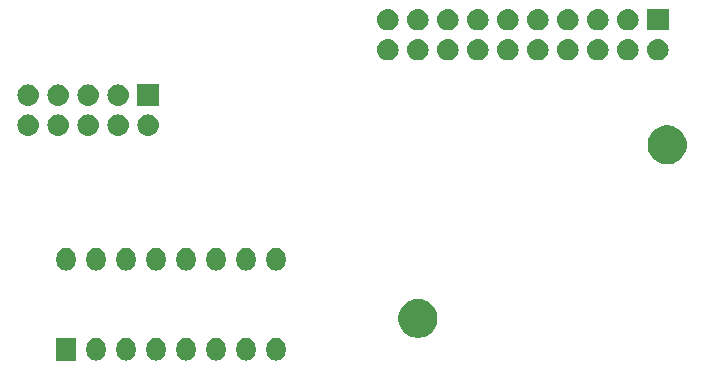
<source format=gbr>
G04 #@! TF.GenerationSoftware,KiCad,Pcbnew,(6.0.0-rc1-dev-557-ge985f797c)*
G04 #@! TF.CreationDate,2018-12-31T20:35:23+01:00*
G04 #@! TF.ProjectId,MAN Adapterplatine,4D414E2041646170746572706C617469,1.0*
G04 #@! TF.SameCoordinates,Original*
G04 #@! TF.FileFunction,Soldermask,Bot*
G04 #@! TF.FilePolarity,Negative*
%FSLAX46Y46*%
G04 Gerber Fmt 4.6, Leading zero omitted, Abs format (unit mm)*
G04 Created by KiCad (PCBNEW (6.0.0-rc1-dev-557-ge985f797c)) date 12/31/18 20:35:23*
%MOMM*%
%LPD*%
G01*
G04 APERTURE LIST*
%ADD10C,0.100000*%
G04 APERTURE END LIST*
D10*
G36*
X117839375Y-96048764D02*
X117941542Y-96079756D01*
X117992627Y-96095252D01*
X118068120Y-96135605D01*
X118133863Y-96170745D01*
X118133865Y-96170746D01*
X118133864Y-96170746D01*
X118257659Y-96272341D01*
X118359255Y-96396135D01*
X118434748Y-96537372D01*
X118450244Y-96588457D01*
X118481236Y-96690624D01*
X118493000Y-96810067D01*
X118493000Y-97189932D01*
X118481236Y-97309375D01*
X118450244Y-97411543D01*
X118434748Y-97462628D01*
X118359255Y-97603865D01*
X118257659Y-97727659D01*
X118133865Y-97829255D01*
X117992628Y-97904748D01*
X117941543Y-97920244D01*
X117839376Y-97951236D01*
X117680000Y-97966933D01*
X117520625Y-97951236D01*
X117418458Y-97920244D01*
X117367373Y-97904748D01*
X117226136Y-97829255D01*
X117146933Y-97764255D01*
X117102341Y-97727659D01*
X117000745Y-97603864D01*
X116992110Y-97587709D01*
X116925252Y-97462628D01*
X116909756Y-97411543D01*
X116878764Y-97309376D01*
X116867000Y-97189933D01*
X116867000Y-96810068D01*
X116878764Y-96690625D01*
X116925252Y-96537374D01*
X116925252Y-96537373D01*
X117000746Y-96396136D01*
X117102341Y-96272341D01*
X117226135Y-96170745D01*
X117367372Y-96095252D01*
X117418457Y-96079756D01*
X117520624Y-96048764D01*
X117680000Y-96033067D01*
X117839375Y-96048764D01*
X117839375Y-96048764D01*
G37*
G36*
X115299375Y-96048764D02*
X115401542Y-96079756D01*
X115452627Y-96095252D01*
X115528120Y-96135605D01*
X115593863Y-96170745D01*
X115593865Y-96170746D01*
X115593864Y-96170746D01*
X115717659Y-96272341D01*
X115819255Y-96396135D01*
X115894748Y-96537372D01*
X115910244Y-96588457D01*
X115941236Y-96690624D01*
X115953000Y-96810067D01*
X115953000Y-97189932D01*
X115941236Y-97309375D01*
X115910244Y-97411543D01*
X115894748Y-97462628D01*
X115819255Y-97603865D01*
X115717659Y-97727659D01*
X115593865Y-97829255D01*
X115452628Y-97904748D01*
X115401543Y-97920244D01*
X115299376Y-97951236D01*
X115140000Y-97966933D01*
X114980625Y-97951236D01*
X114878458Y-97920244D01*
X114827373Y-97904748D01*
X114686136Y-97829255D01*
X114606933Y-97764255D01*
X114562341Y-97727659D01*
X114460745Y-97603864D01*
X114452110Y-97587709D01*
X114385252Y-97462628D01*
X114369756Y-97411543D01*
X114338764Y-97309376D01*
X114327000Y-97189933D01*
X114327000Y-96810068D01*
X114338764Y-96690625D01*
X114385252Y-96537374D01*
X114385252Y-96537373D01*
X114460746Y-96396136D01*
X114562341Y-96272341D01*
X114686135Y-96170745D01*
X114827372Y-96095252D01*
X114878457Y-96079756D01*
X114980624Y-96048764D01*
X115140000Y-96033067D01*
X115299375Y-96048764D01*
X115299375Y-96048764D01*
G37*
G36*
X112759375Y-96048764D02*
X112861542Y-96079756D01*
X112912627Y-96095252D01*
X112988120Y-96135605D01*
X113053863Y-96170745D01*
X113053865Y-96170746D01*
X113053864Y-96170746D01*
X113177659Y-96272341D01*
X113279255Y-96396135D01*
X113354748Y-96537372D01*
X113370244Y-96588457D01*
X113401236Y-96690624D01*
X113413000Y-96810067D01*
X113413000Y-97189932D01*
X113401236Y-97309375D01*
X113370244Y-97411543D01*
X113354748Y-97462628D01*
X113279255Y-97603865D01*
X113177659Y-97727659D01*
X113053865Y-97829255D01*
X112912628Y-97904748D01*
X112861543Y-97920244D01*
X112759376Y-97951236D01*
X112600000Y-97966933D01*
X112440625Y-97951236D01*
X112338458Y-97920244D01*
X112287373Y-97904748D01*
X112146136Y-97829255D01*
X112066933Y-97764255D01*
X112022341Y-97727659D01*
X111920745Y-97603864D01*
X111912110Y-97587709D01*
X111845252Y-97462628D01*
X111829756Y-97411543D01*
X111798764Y-97309376D01*
X111787000Y-97189933D01*
X111787000Y-96810068D01*
X111798764Y-96690625D01*
X111845252Y-96537374D01*
X111845252Y-96537373D01*
X111920746Y-96396136D01*
X112022341Y-96272341D01*
X112146135Y-96170745D01*
X112287372Y-96095252D01*
X112338457Y-96079756D01*
X112440624Y-96048764D01*
X112600000Y-96033067D01*
X112759375Y-96048764D01*
X112759375Y-96048764D01*
G37*
G36*
X110219375Y-96048764D02*
X110321542Y-96079756D01*
X110372627Y-96095252D01*
X110448120Y-96135605D01*
X110513863Y-96170745D01*
X110513865Y-96170746D01*
X110513864Y-96170746D01*
X110637659Y-96272341D01*
X110739255Y-96396135D01*
X110814748Y-96537372D01*
X110830244Y-96588457D01*
X110861236Y-96690624D01*
X110873000Y-96810067D01*
X110873000Y-97189932D01*
X110861236Y-97309375D01*
X110830244Y-97411543D01*
X110814748Y-97462628D01*
X110739255Y-97603865D01*
X110637659Y-97727659D01*
X110513865Y-97829255D01*
X110372628Y-97904748D01*
X110321543Y-97920244D01*
X110219376Y-97951236D01*
X110060000Y-97966933D01*
X109900625Y-97951236D01*
X109798458Y-97920244D01*
X109747373Y-97904748D01*
X109606136Y-97829255D01*
X109526933Y-97764255D01*
X109482341Y-97727659D01*
X109380745Y-97603864D01*
X109372110Y-97587709D01*
X109305252Y-97462628D01*
X109289756Y-97411543D01*
X109258764Y-97309376D01*
X109247000Y-97189933D01*
X109247000Y-96810068D01*
X109258764Y-96690625D01*
X109305252Y-96537374D01*
X109305252Y-96537373D01*
X109380746Y-96396136D01*
X109482341Y-96272341D01*
X109606135Y-96170745D01*
X109747372Y-96095252D01*
X109798457Y-96079756D01*
X109900624Y-96048764D01*
X110060000Y-96033067D01*
X110219375Y-96048764D01*
X110219375Y-96048764D01*
G37*
G36*
X107679375Y-96048764D02*
X107781542Y-96079756D01*
X107832627Y-96095252D01*
X107908120Y-96135605D01*
X107973863Y-96170745D01*
X107973865Y-96170746D01*
X107973864Y-96170746D01*
X108097659Y-96272341D01*
X108199255Y-96396135D01*
X108274748Y-96537372D01*
X108290244Y-96588457D01*
X108321236Y-96690624D01*
X108333000Y-96810067D01*
X108333000Y-97189932D01*
X108321236Y-97309375D01*
X108290244Y-97411543D01*
X108274748Y-97462628D01*
X108199255Y-97603865D01*
X108097659Y-97727659D01*
X107973865Y-97829255D01*
X107832628Y-97904748D01*
X107781543Y-97920244D01*
X107679376Y-97951236D01*
X107520000Y-97966933D01*
X107360625Y-97951236D01*
X107258458Y-97920244D01*
X107207373Y-97904748D01*
X107066136Y-97829255D01*
X106986933Y-97764255D01*
X106942341Y-97727659D01*
X106840745Y-97603864D01*
X106832110Y-97587709D01*
X106765252Y-97462628D01*
X106749756Y-97411543D01*
X106718764Y-97309376D01*
X106707000Y-97189933D01*
X106707000Y-96810068D01*
X106718764Y-96690625D01*
X106765252Y-96537374D01*
X106765252Y-96537373D01*
X106840746Y-96396136D01*
X106942341Y-96272341D01*
X107066135Y-96170745D01*
X107207372Y-96095252D01*
X107258457Y-96079756D01*
X107360624Y-96048764D01*
X107520000Y-96033067D01*
X107679375Y-96048764D01*
X107679375Y-96048764D01*
G37*
G36*
X105139375Y-96048764D02*
X105241542Y-96079756D01*
X105292627Y-96095252D01*
X105368120Y-96135605D01*
X105433863Y-96170745D01*
X105433865Y-96170746D01*
X105433864Y-96170746D01*
X105557659Y-96272341D01*
X105659255Y-96396135D01*
X105734748Y-96537372D01*
X105750244Y-96588457D01*
X105781236Y-96690624D01*
X105793000Y-96810067D01*
X105793000Y-97189932D01*
X105781236Y-97309375D01*
X105750244Y-97411543D01*
X105734748Y-97462628D01*
X105659255Y-97603865D01*
X105557659Y-97727659D01*
X105433865Y-97829255D01*
X105292628Y-97904748D01*
X105241543Y-97920244D01*
X105139376Y-97951236D01*
X104980000Y-97966933D01*
X104820625Y-97951236D01*
X104718458Y-97920244D01*
X104667373Y-97904748D01*
X104526136Y-97829255D01*
X104446933Y-97764255D01*
X104402341Y-97727659D01*
X104300745Y-97603864D01*
X104292110Y-97587709D01*
X104225252Y-97462628D01*
X104209756Y-97411543D01*
X104178764Y-97309376D01*
X104167000Y-97189933D01*
X104167000Y-96810068D01*
X104178764Y-96690625D01*
X104225252Y-96537374D01*
X104225252Y-96537373D01*
X104300746Y-96396136D01*
X104402341Y-96272341D01*
X104526135Y-96170745D01*
X104667372Y-96095252D01*
X104718457Y-96079756D01*
X104820624Y-96048764D01*
X104980000Y-96033067D01*
X105139375Y-96048764D01*
X105139375Y-96048764D01*
G37*
G36*
X102599375Y-96048764D02*
X102701542Y-96079756D01*
X102752627Y-96095252D01*
X102828120Y-96135605D01*
X102893863Y-96170745D01*
X102893865Y-96170746D01*
X102893864Y-96170746D01*
X103017659Y-96272341D01*
X103119255Y-96396135D01*
X103194748Y-96537372D01*
X103210244Y-96588457D01*
X103241236Y-96690624D01*
X103253000Y-96810067D01*
X103253000Y-97189932D01*
X103241236Y-97309375D01*
X103210244Y-97411543D01*
X103194748Y-97462628D01*
X103119255Y-97603865D01*
X103017659Y-97727659D01*
X102893865Y-97829255D01*
X102752628Y-97904748D01*
X102701543Y-97920244D01*
X102599376Y-97951236D01*
X102440000Y-97966933D01*
X102280625Y-97951236D01*
X102178458Y-97920244D01*
X102127373Y-97904748D01*
X101986136Y-97829255D01*
X101906933Y-97764255D01*
X101862341Y-97727659D01*
X101760745Y-97603864D01*
X101752110Y-97587709D01*
X101685252Y-97462628D01*
X101669756Y-97411543D01*
X101638764Y-97309376D01*
X101627000Y-97189933D01*
X101627000Y-96810068D01*
X101638764Y-96690625D01*
X101685252Y-96537374D01*
X101685252Y-96537373D01*
X101760746Y-96396136D01*
X101862341Y-96272341D01*
X101986135Y-96170745D01*
X102127372Y-96095252D01*
X102178457Y-96079756D01*
X102280624Y-96048764D01*
X102440000Y-96033067D01*
X102599375Y-96048764D01*
X102599375Y-96048764D01*
G37*
G36*
X100713000Y-97963000D02*
X99087000Y-97963000D01*
X99087000Y-96037000D01*
X100713000Y-96037000D01*
X100713000Y-97963000D01*
X100713000Y-97963000D01*
G37*
G36*
X130075256Y-92791298D02*
X130181579Y-92812447D01*
X130482042Y-92936903D01*
X130748852Y-93115180D01*
X130752454Y-93117587D01*
X130982413Y-93347546D01*
X131163098Y-93617960D01*
X131287553Y-93918422D01*
X131351000Y-94237389D01*
X131351000Y-94562611D01*
X131287553Y-94881578D01*
X131163098Y-95182040D01*
X130982413Y-95452454D01*
X130752454Y-95682413D01*
X130752451Y-95682415D01*
X130482042Y-95863097D01*
X130181579Y-95987553D01*
X130075256Y-96008702D01*
X129862611Y-96051000D01*
X129537389Y-96051000D01*
X129324744Y-96008702D01*
X129218421Y-95987553D01*
X128917958Y-95863097D01*
X128647549Y-95682415D01*
X128647546Y-95682413D01*
X128417587Y-95452454D01*
X128236902Y-95182040D01*
X128112447Y-94881578D01*
X128049000Y-94562611D01*
X128049000Y-94237389D01*
X128112447Y-93918422D01*
X128236902Y-93617960D01*
X128417587Y-93347546D01*
X128647546Y-93117587D01*
X128651148Y-93115180D01*
X128917958Y-92936903D01*
X129218421Y-92812447D01*
X129324744Y-92791298D01*
X129537389Y-92749000D01*
X129862611Y-92749000D01*
X130075256Y-92791298D01*
X130075256Y-92791298D01*
G37*
G36*
X107679375Y-88428764D02*
X107781542Y-88459756D01*
X107832627Y-88475252D01*
X107908120Y-88515605D01*
X107973863Y-88550745D01*
X107973865Y-88550746D01*
X107973864Y-88550746D01*
X108097659Y-88652341D01*
X108199255Y-88776135D01*
X108274748Y-88917372D01*
X108290244Y-88968457D01*
X108321236Y-89070624D01*
X108333000Y-89190067D01*
X108333000Y-89569932D01*
X108321236Y-89689375D01*
X108290244Y-89791543D01*
X108274748Y-89842628D01*
X108199255Y-89983865D01*
X108097659Y-90107659D01*
X107973865Y-90209255D01*
X107832628Y-90284748D01*
X107781543Y-90300244D01*
X107679376Y-90331236D01*
X107520000Y-90346933D01*
X107360625Y-90331236D01*
X107258458Y-90300244D01*
X107207373Y-90284748D01*
X107066136Y-90209255D01*
X106986933Y-90144255D01*
X106942341Y-90107659D01*
X106840745Y-89983864D01*
X106832110Y-89967709D01*
X106765252Y-89842628D01*
X106749756Y-89791543D01*
X106718764Y-89689376D01*
X106707000Y-89569933D01*
X106707000Y-89190068D01*
X106718764Y-89070625D01*
X106765252Y-88917374D01*
X106765252Y-88917373D01*
X106840746Y-88776136D01*
X106942341Y-88652341D01*
X107066135Y-88550745D01*
X107207372Y-88475252D01*
X107258457Y-88459756D01*
X107360624Y-88428764D01*
X107520000Y-88413067D01*
X107679375Y-88428764D01*
X107679375Y-88428764D01*
G37*
G36*
X100059375Y-88428764D02*
X100161542Y-88459756D01*
X100212627Y-88475252D01*
X100288120Y-88515605D01*
X100353863Y-88550745D01*
X100353865Y-88550746D01*
X100353864Y-88550746D01*
X100477659Y-88652341D01*
X100579255Y-88776135D01*
X100654748Y-88917372D01*
X100670244Y-88968457D01*
X100701236Y-89070624D01*
X100713000Y-89190067D01*
X100713000Y-89569932D01*
X100701236Y-89689375D01*
X100670244Y-89791543D01*
X100654748Y-89842628D01*
X100579255Y-89983865D01*
X100477659Y-90107659D01*
X100353865Y-90209255D01*
X100212628Y-90284748D01*
X100161543Y-90300244D01*
X100059376Y-90331236D01*
X99900000Y-90346933D01*
X99740625Y-90331236D01*
X99638458Y-90300244D01*
X99587373Y-90284748D01*
X99446136Y-90209255D01*
X99366933Y-90144255D01*
X99322341Y-90107659D01*
X99220745Y-89983864D01*
X99212110Y-89967709D01*
X99145252Y-89842628D01*
X99129756Y-89791543D01*
X99098764Y-89689376D01*
X99087000Y-89569933D01*
X99087000Y-89190068D01*
X99098764Y-89070625D01*
X99145252Y-88917374D01*
X99145252Y-88917373D01*
X99220746Y-88776136D01*
X99322341Y-88652341D01*
X99446135Y-88550745D01*
X99587372Y-88475252D01*
X99638457Y-88459756D01*
X99740624Y-88428764D01*
X99900000Y-88413067D01*
X100059375Y-88428764D01*
X100059375Y-88428764D01*
G37*
G36*
X102599375Y-88428764D02*
X102701542Y-88459756D01*
X102752627Y-88475252D01*
X102828120Y-88515605D01*
X102893863Y-88550745D01*
X102893865Y-88550746D01*
X102893864Y-88550746D01*
X103017659Y-88652341D01*
X103119255Y-88776135D01*
X103194748Y-88917372D01*
X103210244Y-88968457D01*
X103241236Y-89070624D01*
X103253000Y-89190067D01*
X103253000Y-89569932D01*
X103241236Y-89689375D01*
X103210244Y-89791543D01*
X103194748Y-89842628D01*
X103119255Y-89983865D01*
X103017659Y-90107659D01*
X102893865Y-90209255D01*
X102752628Y-90284748D01*
X102701543Y-90300244D01*
X102599376Y-90331236D01*
X102440000Y-90346933D01*
X102280625Y-90331236D01*
X102178458Y-90300244D01*
X102127373Y-90284748D01*
X101986136Y-90209255D01*
X101906933Y-90144255D01*
X101862341Y-90107659D01*
X101760745Y-89983864D01*
X101752110Y-89967709D01*
X101685252Y-89842628D01*
X101669756Y-89791543D01*
X101638764Y-89689376D01*
X101627000Y-89569933D01*
X101627000Y-89190068D01*
X101638764Y-89070625D01*
X101685252Y-88917374D01*
X101685252Y-88917373D01*
X101760746Y-88776136D01*
X101862341Y-88652341D01*
X101986135Y-88550745D01*
X102127372Y-88475252D01*
X102178457Y-88459756D01*
X102280624Y-88428764D01*
X102440000Y-88413067D01*
X102599375Y-88428764D01*
X102599375Y-88428764D01*
G37*
G36*
X105139375Y-88428764D02*
X105241542Y-88459756D01*
X105292627Y-88475252D01*
X105368120Y-88515605D01*
X105433863Y-88550745D01*
X105433865Y-88550746D01*
X105433864Y-88550746D01*
X105557659Y-88652341D01*
X105659255Y-88776135D01*
X105734748Y-88917372D01*
X105750244Y-88968457D01*
X105781236Y-89070624D01*
X105793000Y-89190067D01*
X105793000Y-89569932D01*
X105781236Y-89689375D01*
X105750244Y-89791543D01*
X105734748Y-89842628D01*
X105659255Y-89983865D01*
X105557659Y-90107659D01*
X105433865Y-90209255D01*
X105292628Y-90284748D01*
X105241543Y-90300244D01*
X105139376Y-90331236D01*
X104980000Y-90346933D01*
X104820625Y-90331236D01*
X104718458Y-90300244D01*
X104667373Y-90284748D01*
X104526136Y-90209255D01*
X104446933Y-90144255D01*
X104402341Y-90107659D01*
X104300745Y-89983864D01*
X104292110Y-89967709D01*
X104225252Y-89842628D01*
X104209756Y-89791543D01*
X104178764Y-89689376D01*
X104167000Y-89569933D01*
X104167000Y-89190068D01*
X104178764Y-89070625D01*
X104225252Y-88917374D01*
X104225252Y-88917373D01*
X104300746Y-88776136D01*
X104402341Y-88652341D01*
X104526135Y-88550745D01*
X104667372Y-88475252D01*
X104718457Y-88459756D01*
X104820624Y-88428764D01*
X104980000Y-88413067D01*
X105139375Y-88428764D01*
X105139375Y-88428764D01*
G37*
G36*
X112759375Y-88428764D02*
X112861542Y-88459756D01*
X112912627Y-88475252D01*
X112988120Y-88515605D01*
X113053863Y-88550745D01*
X113053865Y-88550746D01*
X113053864Y-88550746D01*
X113177659Y-88652341D01*
X113279255Y-88776135D01*
X113354748Y-88917372D01*
X113370244Y-88968457D01*
X113401236Y-89070624D01*
X113413000Y-89190067D01*
X113413000Y-89569932D01*
X113401236Y-89689375D01*
X113370244Y-89791543D01*
X113354748Y-89842628D01*
X113279255Y-89983865D01*
X113177659Y-90107659D01*
X113053865Y-90209255D01*
X112912628Y-90284748D01*
X112861543Y-90300244D01*
X112759376Y-90331236D01*
X112600000Y-90346933D01*
X112440625Y-90331236D01*
X112338458Y-90300244D01*
X112287373Y-90284748D01*
X112146136Y-90209255D01*
X112066933Y-90144255D01*
X112022341Y-90107659D01*
X111920745Y-89983864D01*
X111912110Y-89967709D01*
X111845252Y-89842628D01*
X111829756Y-89791543D01*
X111798764Y-89689376D01*
X111787000Y-89569933D01*
X111787000Y-89190068D01*
X111798764Y-89070625D01*
X111845252Y-88917374D01*
X111845252Y-88917373D01*
X111920746Y-88776136D01*
X112022341Y-88652341D01*
X112146135Y-88550745D01*
X112287372Y-88475252D01*
X112338457Y-88459756D01*
X112440624Y-88428764D01*
X112600000Y-88413067D01*
X112759375Y-88428764D01*
X112759375Y-88428764D01*
G37*
G36*
X115299375Y-88428764D02*
X115401542Y-88459756D01*
X115452627Y-88475252D01*
X115528120Y-88515605D01*
X115593863Y-88550745D01*
X115593865Y-88550746D01*
X115593864Y-88550746D01*
X115717659Y-88652341D01*
X115819255Y-88776135D01*
X115894748Y-88917372D01*
X115910244Y-88968457D01*
X115941236Y-89070624D01*
X115953000Y-89190067D01*
X115953000Y-89569932D01*
X115941236Y-89689375D01*
X115910244Y-89791543D01*
X115894748Y-89842628D01*
X115819255Y-89983865D01*
X115717659Y-90107659D01*
X115593865Y-90209255D01*
X115452628Y-90284748D01*
X115401543Y-90300244D01*
X115299376Y-90331236D01*
X115140000Y-90346933D01*
X114980625Y-90331236D01*
X114878458Y-90300244D01*
X114827373Y-90284748D01*
X114686136Y-90209255D01*
X114606933Y-90144255D01*
X114562341Y-90107659D01*
X114460745Y-89983864D01*
X114452110Y-89967709D01*
X114385252Y-89842628D01*
X114369756Y-89791543D01*
X114338764Y-89689376D01*
X114327000Y-89569933D01*
X114327000Y-89190068D01*
X114338764Y-89070625D01*
X114385252Y-88917374D01*
X114385252Y-88917373D01*
X114460746Y-88776136D01*
X114562341Y-88652341D01*
X114686135Y-88550745D01*
X114827372Y-88475252D01*
X114878457Y-88459756D01*
X114980624Y-88428764D01*
X115140000Y-88413067D01*
X115299375Y-88428764D01*
X115299375Y-88428764D01*
G37*
G36*
X117839375Y-88428764D02*
X117941542Y-88459756D01*
X117992627Y-88475252D01*
X118068120Y-88515605D01*
X118133863Y-88550745D01*
X118133865Y-88550746D01*
X118133864Y-88550746D01*
X118257659Y-88652341D01*
X118359255Y-88776135D01*
X118434748Y-88917372D01*
X118450244Y-88968457D01*
X118481236Y-89070624D01*
X118493000Y-89190067D01*
X118493000Y-89569932D01*
X118481236Y-89689375D01*
X118450244Y-89791543D01*
X118434748Y-89842628D01*
X118359255Y-89983865D01*
X118257659Y-90107659D01*
X118133865Y-90209255D01*
X117992628Y-90284748D01*
X117941543Y-90300244D01*
X117839376Y-90331236D01*
X117680000Y-90346933D01*
X117520625Y-90331236D01*
X117418458Y-90300244D01*
X117367373Y-90284748D01*
X117226136Y-90209255D01*
X117146933Y-90144255D01*
X117102341Y-90107659D01*
X117000745Y-89983864D01*
X116992110Y-89967709D01*
X116925252Y-89842628D01*
X116909756Y-89791543D01*
X116878764Y-89689376D01*
X116867000Y-89569933D01*
X116867000Y-89190068D01*
X116878764Y-89070625D01*
X116925252Y-88917374D01*
X116925252Y-88917373D01*
X117000746Y-88776136D01*
X117102341Y-88652341D01*
X117226135Y-88550745D01*
X117367372Y-88475252D01*
X117418457Y-88459756D01*
X117520624Y-88428764D01*
X117680000Y-88413067D01*
X117839375Y-88428764D01*
X117839375Y-88428764D01*
G37*
G36*
X110219375Y-88428764D02*
X110321542Y-88459756D01*
X110372627Y-88475252D01*
X110448120Y-88515605D01*
X110513863Y-88550745D01*
X110513865Y-88550746D01*
X110513864Y-88550746D01*
X110637659Y-88652341D01*
X110739255Y-88776135D01*
X110814748Y-88917372D01*
X110830244Y-88968457D01*
X110861236Y-89070624D01*
X110873000Y-89190067D01*
X110873000Y-89569932D01*
X110861236Y-89689375D01*
X110830244Y-89791543D01*
X110814748Y-89842628D01*
X110739255Y-89983865D01*
X110637659Y-90107659D01*
X110513865Y-90209255D01*
X110372628Y-90284748D01*
X110321543Y-90300244D01*
X110219376Y-90331236D01*
X110060000Y-90346933D01*
X109900625Y-90331236D01*
X109798458Y-90300244D01*
X109747373Y-90284748D01*
X109606136Y-90209255D01*
X109526933Y-90144255D01*
X109482341Y-90107659D01*
X109380745Y-89983864D01*
X109372110Y-89967709D01*
X109305252Y-89842628D01*
X109289756Y-89791543D01*
X109258764Y-89689376D01*
X109247000Y-89569933D01*
X109247000Y-89190068D01*
X109258764Y-89070625D01*
X109305252Y-88917374D01*
X109305252Y-88917373D01*
X109380746Y-88776136D01*
X109482341Y-88652341D01*
X109606135Y-88550745D01*
X109747372Y-88475252D01*
X109798457Y-88459756D01*
X109900624Y-88428764D01*
X110060000Y-88413067D01*
X110219375Y-88428764D01*
X110219375Y-88428764D01*
G37*
G36*
X151175256Y-78091298D02*
X151281579Y-78112447D01*
X151582042Y-78236903D01*
X151813702Y-78391694D01*
X151852454Y-78417587D01*
X152082413Y-78647546D01*
X152263098Y-78917960D01*
X152387553Y-79218422D01*
X152451000Y-79537389D01*
X152451000Y-79862611D01*
X152387553Y-80181578D01*
X152263098Y-80482040D01*
X152082413Y-80752454D01*
X151852454Y-80982413D01*
X151852451Y-80982415D01*
X151582042Y-81163097D01*
X151281579Y-81287553D01*
X151175256Y-81308702D01*
X150962611Y-81351000D01*
X150637389Y-81351000D01*
X150424744Y-81308702D01*
X150318421Y-81287553D01*
X150017958Y-81163097D01*
X149747549Y-80982415D01*
X149747546Y-80982413D01*
X149517587Y-80752454D01*
X149336902Y-80482040D01*
X149212447Y-80181578D01*
X149149000Y-79862611D01*
X149149000Y-79537389D01*
X149212447Y-79218422D01*
X149336902Y-78917960D01*
X149517587Y-78647546D01*
X149747546Y-78417587D01*
X149786298Y-78391694D01*
X150017958Y-78236903D01*
X150318421Y-78112447D01*
X150424744Y-78091298D01*
X150637389Y-78049000D01*
X150962611Y-78049000D01*
X151175256Y-78091298D01*
X151175256Y-78091298D01*
G37*
G36*
X107039294Y-77138633D02*
X107211694Y-77190931D01*
X107211696Y-77190932D01*
X107370583Y-77275859D01*
X107370585Y-77275860D01*
X107370584Y-77275860D01*
X107509849Y-77390151D01*
X107624140Y-77529416D01*
X107709069Y-77688306D01*
X107761367Y-77860706D01*
X107779025Y-78040000D01*
X107761367Y-78219294D01*
X107709069Y-78391694D01*
X107709068Y-78391696D01*
X107624141Y-78550583D01*
X107509849Y-78689849D01*
X107370583Y-78804141D01*
X107211696Y-78889068D01*
X107211694Y-78889069D01*
X107039294Y-78941367D01*
X106904931Y-78954600D01*
X106815069Y-78954600D01*
X106680706Y-78941367D01*
X106508306Y-78889069D01*
X106508304Y-78889068D01*
X106349417Y-78804141D01*
X106210151Y-78689849D01*
X106095859Y-78550583D01*
X106010932Y-78391696D01*
X106010931Y-78391694D01*
X105958633Y-78219294D01*
X105940975Y-78040000D01*
X105958633Y-77860706D01*
X106010931Y-77688306D01*
X106095860Y-77529416D01*
X106210151Y-77390151D01*
X106349416Y-77275860D01*
X106349415Y-77275860D01*
X106349417Y-77275859D01*
X106508304Y-77190932D01*
X106508306Y-77190931D01*
X106680706Y-77138633D01*
X106815069Y-77125400D01*
X106904931Y-77125400D01*
X107039294Y-77138633D01*
X107039294Y-77138633D01*
G37*
G36*
X104499294Y-77138633D02*
X104671694Y-77190931D01*
X104671696Y-77190932D01*
X104830583Y-77275859D01*
X104830585Y-77275860D01*
X104830584Y-77275860D01*
X104969849Y-77390151D01*
X105084140Y-77529416D01*
X105169069Y-77688306D01*
X105221367Y-77860706D01*
X105239025Y-78040000D01*
X105221367Y-78219294D01*
X105169069Y-78391694D01*
X105169068Y-78391696D01*
X105084141Y-78550583D01*
X104969849Y-78689849D01*
X104830583Y-78804141D01*
X104671696Y-78889068D01*
X104671694Y-78889069D01*
X104499294Y-78941367D01*
X104364931Y-78954600D01*
X104275069Y-78954600D01*
X104140706Y-78941367D01*
X103968306Y-78889069D01*
X103968304Y-78889068D01*
X103809417Y-78804141D01*
X103670151Y-78689849D01*
X103555859Y-78550583D01*
X103470932Y-78391696D01*
X103470931Y-78391694D01*
X103418633Y-78219294D01*
X103400975Y-78040000D01*
X103418633Y-77860706D01*
X103470931Y-77688306D01*
X103555860Y-77529416D01*
X103670151Y-77390151D01*
X103809416Y-77275860D01*
X103809415Y-77275860D01*
X103809417Y-77275859D01*
X103968304Y-77190932D01*
X103968306Y-77190931D01*
X104140706Y-77138633D01*
X104275069Y-77125400D01*
X104364931Y-77125400D01*
X104499294Y-77138633D01*
X104499294Y-77138633D01*
G37*
G36*
X101959294Y-77138633D02*
X102131694Y-77190931D01*
X102131696Y-77190932D01*
X102290583Y-77275859D01*
X102290585Y-77275860D01*
X102290584Y-77275860D01*
X102429849Y-77390151D01*
X102544140Y-77529416D01*
X102629069Y-77688306D01*
X102681367Y-77860706D01*
X102699025Y-78040000D01*
X102681367Y-78219294D01*
X102629069Y-78391694D01*
X102629068Y-78391696D01*
X102544141Y-78550583D01*
X102429849Y-78689849D01*
X102290583Y-78804141D01*
X102131696Y-78889068D01*
X102131694Y-78889069D01*
X101959294Y-78941367D01*
X101824931Y-78954600D01*
X101735069Y-78954600D01*
X101600706Y-78941367D01*
X101428306Y-78889069D01*
X101428304Y-78889068D01*
X101269417Y-78804141D01*
X101130151Y-78689849D01*
X101015859Y-78550583D01*
X100930932Y-78391696D01*
X100930931Y-78391694D01*
X100878633Y-78219294D01*
X100860975Y-78040000D01*
X100878633Y-77860706D01*
X100930931Y-77688306D01*
X101015860Y-77529416D01*
X101130151Y-77390151D01*
X101269416Y-77275860D01*
X101269415Y-77275860D01*
X101269417Y-77275859D01*
X101428304Y-77190932D01*
X101428306Y-77190931D01*
X101600706Y-77138633D01*
X101735069Y-77125400D01*
X101824931Y-77125400D01*
X101959294Y-77138633D01*
X101959294Y-77138633D01*
G37*
G36*
X99419294Y-77138633D02*
X99591694Y-77190931D01*
X99591696Y-77190932D01*
X99750583Y-77275859D01*
X99750585Y-77275860D01*
X99750584Y-77275860D01*
X99889849Y-77390151D01*
X100004140Y-77529416D01*
X100089069Y-77688306D01*
X100141367Y-77860706D01*
X100159025Y-78040000D01*
X100141367Y-78219294D01*
X100089069Y-78391694D01*
X100089068Y-78391696D01*
X100004141Y-78550583D01*
X99889849Y-78689849D01*
X99750583Y-78804141D01*
X99591696Y-78889068D01*
X99591694Y-78889069D01*
X99419294Y-78941367D01*
X99284931Y-78954600D01*
X99195069Y-78954600D01*
X99060706Y-78941367D01*
X98888306Y-78889069D01*
X98888304Y-78889068D01*
X98729417Y-78804141D01*
X98590151Y-78689849D01*
X98475859Y-78550583D01*
X98390932Y-78391696D01*
X98390931Y-78391694D01*
X98338633Y-78219294D01*
X98320975Y-78040000D01*
X98338633Y-77860706D01*
X98390931Y-77688306D01*
X98475860Y-77529416D01*
X98590151Y-77390151D01*
X98729416Y-77275860D01*
X98729415Y-77275860D01*
X98729417Y-77275859D01*
X98888304Y-77190932D01*
X98888306Y-77190931D01*
X99060706Y-77138633D01*
X99195069Y-77125400D01*
X99284931Y-77125400D01*
X99419294Y-77138633D01*
X99419294Y-77138633D01*
G37*
G36*
X96879294Y-77138633D02*
X97051694Y-77190931D01*
X97051696Y-77190932D01*
X97210583Y-77275859D01*
X97210585Y-77275860D01*
X97210584Y-77275860D01*
X97349849Y-77390151D01*
X97464140Y-77529416D01*
X97549069Y-77688306D01*
X97601367Y-77860706D01*
X97619025Y-78040000D01*
X97601367Y-78219294D01*
X97549069Y-78391694D01*
X97549068Y-78391696D01*
X97464141Y-78550583D01*
X97349849Y-78689849D01*
X97210583Y-78804141D01*
X97051696Y-78889068D01*
X97051694Y-78889069D01*
X96879294Y-78941367D01*
X96744931Y-78954600D01*
X96655069Y-78954600D01*
X96520706Y-78941367D01*
X96348306Y-78889069D01*
X96348304Y-78889068D01*
X96189417Y-78804141D01*
X96050151Y-78689849D01*
X95935859Y-78550583D01*
X95850932Y-78391696D01*
X95850931Y-78391694D01*
X95798633Y-78219294D01*
X95780975Y-78040000D01*
X95798633Y-77860706D01*
X95850931Y-77688306D01*
X95935860Y-77529416D01*
X96050151Y-77390151D01*
X96189416Y-77275860D01*
X96189415Y-77275860D01*
X96189417Y-77275859D01*
X96348304Y-77190932D01*
X96348306Y-77190931D01*
X96520706Y-77138633D01*
X96655069Y-77125400D01*
X96744931Y-77125400D01*
X96879294Y-77138633D01*
X96879294Y-77138633D01*
G37*
G36*
X107774600Y-76414600D02*
X105945400Y-76414600D01*
X105945400Y-74585400D01*
X107774600Y-74585400D01*
X107774600Y-76414600D01*
X107774600Y-76414600D01*
G37*
G36*
X96879294Y-74598633D02*
X97051694Y-74650931D01*
X97051696Y-74650932D01*
X97210583Y-74735859D01*
X97210585Y-74735860D01*
X97210584Y-74735860D01*
X97349849Y-74850151D01*
X97464140Y-74989416D01*
X97549069Y-75148306D01*
X97601367Y-75320706D01*
X97619025Y-75500000D01*
X97601367Y-75679294D01*
X97549069Y-75851694D01*
X97549068Y-75851696D01*
X97464141Y-76010583D01*
X97349849Y-76149849D01*
X97210583Y-76264141D01*
X97051696Y-76349068D01*
X97051694Y-76349069D01*
X96879294Y-76401367D01*
X96744931Y-76414600D01*
X96655069Y-76414600D01*
X96520706Y-76401367D01*
X96348306Y-76349069D01*
X96348304Y-76349068D01*
X96189417Y-76264141D01*
X96050151Y-76149849D01*
X95935859Y-76010583D01*
X95850932Y-75851696D01*
X95850931Y-75851694D01*
X95798633Y-75679294D01*
X95780975Y-75500000D01*
X95798633Y-75320706D01*
X95850931Y-75148306D01*
X95935860Y-74989416D01*
X96050151Y-74850151D01*
X96189416Y-74735860D01*
X96189415Y-74735860D01*
X96189417Y-74735859D01*
X96348304Y-74650932D01*
X96348306Y-74650931D01*
X96520706Y-74598633D01*
X96655069Y-74585400D01*
X96744931Y-74585400D01*
X96879294Y-74598633D01*
X96879294Y-74598633D01*
G37*
G36*
X99419294Y-74598633D02*
X99591694Y-74650931D01*
X99591696Y-74650932D01*
X99750583Y-74735859D01*
X99750585Y-74735860D01*
X99750584Y-74735860D01*
X99889849Y-74850151D01*
X100004140Y-74989416D01*
X100089069Y-75148306D01*
X100141367Y-75320706D01*
X100159025Y-75500000D01*
X100141367Y-75679294D01*
X100089069Y-75851694D01*
X100089068Y-75851696D01*
X100004141Y-76010583D01*
X99889849Y-76149849D01*
X99750583Y-76264141D01*
X99591696Y-76349068D01*
X99591694Y-76349069D01*
X99419294Y-76401367D01*
X99284931Y-76414600D01*
X99195069Y-76414600D01*
X99060706Y-76401367D01*
X98888306Y-76349069D01*
X98888304Y-76349068D01*
X98729417Y-76264141D01*
X98590151Y-76149849D01*
X98475859Y-76010583D01*
X98390932Y-75851696D01*
X98390931Y-75851694D01*
X98338633Y-75679294D01*
X98320975Y-75500000D01*
X98338633Y-75320706D01*
X98390931Y-75148306D01*
X98475860Y-74989416D01*
X98590151Y-74850151D01*
X98729416Y-74735860D01*
X98729415Y-74735860D01*
X98729417Y-74735859D01*
X98888304Y-74650932D01*
X98888306Y-74650931D01*
X99060706Y-74598633D01*
X99195069Y-74585400D01*
X99284931Y-74585400D01*
X99419294Y-74598633D01*
X99419294Y-74598633D01*
G37*
G36*
X101959294Y-74598633D02*
X102131694Y-74650931D01*
X102131696Y-74650932D01*
X102290583Y-74735859D01*
X102290585Y-74735860D01*
X102290584Y-74735860D01*
X102429849Y-74850151D01*
X102544140Y-74989416D01*
X102629069Y-75148306D01*
X102681367Y-75320706D01*
X102699025Y-75500000D01*
X102681367Y-75679294D01*
X102629069Y-75851694D01*
X102629068Y-75851696D01*
X102544141Y-76010583D01*
X102429849Y-76149849D01*
X102290583Y-76264141D01*
X102131696Y-76349068D01*
X102131694Y-76349069D01*
X101959294Y-76401367D01*
X101824931Y-76414600D01*
X101735069Y-76414600D01*
X101600706Y-76401367D01*
X101428306Y-76349069D01*
X101428304Y-76349068D01*
X101269417Y-76264141D01*
X101130151Y-76149849D01*
X101015859Y-76010583D01*
X100930932Y-75851696D01*
X100930931Y-75851694D01*
X100878633Y-75679294D01*
X100860975Y-75500000D01*
X100878633Y-75320706D01*
X100930931Y-75148306D01*
X101015860Y-74989416D01*
X101130151Y-74850151D01*
X101269416Y-74735860D01*
X101269415Y-74735860D01*
X101269417Y-74735859D01*
X101428304Y-74650932D01*
X101428306Y-74650931D01*
X101600706Y-74598633D01*
X101735069Y-74585400D01*
X101824931Y-74585400D01*
X101959294Y-74598633D01*
X101959294Y-74598633D01*
G37*
G36*
X104499294Y-74598633D02*
X104671694Y-74650931D01*
X104671696Y-74650932D01*
X104830583Y-74735859D01*
X104830585Y-74735860D01*
X104830584Y-74735860D01*
X104969849Y-74850151D01*
X105084140Y-74989416D01*
X105169069Y-75148306D01*
X105221367Y-75320706D01*
X105239025Y-75500000D01*
X105221367Y-75679294D01*
X105169069Y-75851694D01*
X105169068Y-75851696D01*
X105084141Y-76010583D01*
X104969849Y-76149849D01*
X104830583Y-76264141D01*
X104671696Y-76349068D01*
X104671694Y-76349069D01*
X104499294Y-76401367D01*
X104364931Y-76414600D01*
X104275069Y-76414600D01*
X104140706Y-76401367D01*
X103968306Y-76349069D01*
X103968304Y-76349068D01*
X103809417Y-76264141D01*
X103670151Y-76149849D01*
X103555859Y-76010583D01*
X103470932Y-75851696D01*
X103470931Y-75851694D01*
X103418633Y-75679294D01*
X103400975Y-75500000D01*
X103418633Y-75320706D01*
X103470931Y-75148306D01*
X103555860Y-74989416D01*
X103670151Y-74850151D01*
X103809416Y-74735860D01*
X103809415Y-74735860D01*
X103809417Y-74735859D01*
X103968304Y-74650932D01*
X103968306Y-74650931D01*
X104140706Y-74598633D01*
X104275069Y-74585400D01*
X104364931Y-74585400D01*
X104499294Y-74598633D01*
X104499294Y-74598633D01*
G37*
G36*
X129859294Y-70738633D02*
X130031694Y-70790931D01*
X130031696Y-70790932D01*
X130190583Y-70875859D01*
X130190585Y-70875860D01*
X130190584Y-70875860D01*
X130329849Y-70990151D01*
X130444140Y-71129416D01*
X130529069Y-71288306D01*
X130581367Y-71460706D01*
X130599025Y-71640000D01*
X130581367Y-71819294D01*
X130529069Y-71991694D01*
X130529068Y-71991696D01*
X130444141Y-72150583D01*
X130329849Y-72289849D01*
X130190583Y-72404141D01*
X130031696Y-72489068D01*
X130031694Y-72489069D01*
X129859294Y-72541367D01*
X129724931Y-72554600D01*
X129635069Y-72554600D01*
X129500706Y-72541367D01*
X129328306Y-72489069D01*
X129328304Y-72489068D01*
X129169417Y-72404141D01*
X129030151Y-72289849D01*
X128915859Y-72150583D01*
X128830932Y-71991696D01*
X128830931Y-71991694D01*
X128778633Y-71819294D01*
X128760975Y-71640000D01*
X128778633Y-71460706D01*
X128830931Y-71288306D01*
X128915860Y-71129416D01*
X129030151Y-70990151D01*
X129169416Y-70875860D01*
X129169415Y-70875860D01*
X129169417Y-70875859D01*
X129328304Y-70790932D01*
X129328306Y-70790931D01*
X129500706Y-70738633D01*
X129635069Y-70725400D01*
X129724931Y-70725400D01*
X129859294Y-70738633D01*
X129859294Y-70738633D01*
G37*
G36*
X132399294Y-70738633D02*
X132571694Y-70790931D01*
X132571696Y-70790932D01*
X132730583Y-70875859D01*
X132730585Y-70875860D01*
X132730584Y-70875860D01*
X132869849Y-70990151D01*
X132984140Y-71129416D01*
X133069069Y-71288306D01*
X133121367Y-71460706D01*
X133139025Y-71640000D01*
X133121367Y-71819294D01*
X133069069Y-71991694D01*
X133069068Y-71991696D01*
X132984141Y-72150583D01*
X132869849Y-72289849D01*
X132730583Y-72404141D01*
X132571696Y-72489068D01*
X132571694Y-72489069D01*
X132399294Y-72541367D01*
X132264931Y-72554600D01*
X132175069Y-72554600D01*
X132040706Y-72541367D01*
X131868306Y-72489069D01*
X131868304Y-72489068D01*
X131709417Y-72404141D01*
X131570151Y-72289849D01*
X131455859Y-72150583D01*
X131370932Y-71991696D01*
X131370931Y-71991694D01*
X131318633Y-71819294D01*
X131300975Y-71640000D01*
X131318633Y-71460706D01*
X131370931Y-71288306D01*
X131455860Y-71129416D01*
X131570151Y-70990151D01*
X131709416Y-70875860D01*
X131709415Y-70875860D01*
X131709417Y-70875859D01*
X131868304Y-70790932D01*
X131868306Y-70790931D01*
X132040706Y-70738633D01*
X132175069Y-70725400D01*
X132264931Y-70725400D01*
X132399294Y-70738633D01*
X132399294Y-70738633D01*
G37*
G36*
X134939294Y-70738633D02*
X135111694Y-70790931D01*
X135111696Y-70790932D01*
X135270583Y-70875859D01*
X135270585Y-70875860D01*
X135270584Y-70875860D01*
X135409849Y-70990151D01*
X135524140Y-71129416D01*
X135609069Y-71288306D01*
X135661367Y-71460706D01*
X135679025Y-71640000D01*
X135661367Y-71819294D01*
X135609069Y-71991694D01*
X135609068Y-71991696D01*
X135524141Y-72150583D01*
X135409849Y-72289849D01*
X135270583Y-72404141D01*
X135111696Y-72489068D01*
X135111694Y-72489069D01*
X134939294Y-72541367D01*
X134804931Y-72554600D01*
X134715069Y-72554600D01*
X134580706Y-72541367D01*
X134408306Y-72489069D01*
X134408304Y-72489068D01*
X134249417Y-72404141D01*
X134110151Y-72289849D01*
X133995859Y-72150583D01*
X133910932Y-71991696D01*
X133910931Y-71991694D01*
X133858633Y-71819294D01*
X133840975Y-71640000D01*
X133858633Y-71460706D01*
X133910931Y-71288306D01*
X133995860Y-71129416D01*
X134110151Y-70990151D01*
X134249416Y-70875860D01*
X134249415Y-70875860D01*
X134249417Y-70875859D01*
X134408304Y-70790932D01*
X134408306Y-70790931D01*
X134580706Y-70738633D01*
X134715069Y-70725400D01*
X134804931Y-70725400D01*
X134939294Y-70738633D01*
X134939294Y-70738633D01*
G37*
G36*
X137479294Y-70738633D02*
X137651694Y-70790931D01*
X137651696Y-70790932D01*
X137810583Y-70875859D01*
X137810585Y-70875860D01*
X137810584Y-70875860D01*
X137949849Y-70990151D01*
X138064140Y-71129416D01*
X138149069Y-71288306D01*
X138201367Y-71460706D01*
X138219025Y-71640000D01*
X138201367Y-71819294D01*
X138149069Y-71991694D01*
X138149068Y-71991696D01*
X138064141Y-72150583D01*
X137949849Y-72289849D01*
X137810583Y-72404141D01*
X137651696Y-72489068D01*
X137651694Y-72489069D01*
X137479294Y-72541367D01*
X137344931Y-72554600D01*
X137255069Y-72554600D01*
X137120706Y-72541367D01*
X136948306Y-72489069D01*
X136948304Y-72489068D01*
X136789417Y-72404141D01*
X136650151Y-72289849D01*
X136535859Y-72150583D01*
X136450932Y-71991696D01*
X136450931Y-71991694D01*
X136398633Y-71819294D01*
X136380975Y-71640000D01*
X136398633Y-71460706D01*
X136450931Y-71288306D01*
X136535860Y-71129416D01*
X136650151Y-70990151D01*
X136789416Y-70875860D01*
X136789415Y-70875860D01*
X136789417Y-70875859D01*
X136948304Y-70790932D01*
X136948306Y-70790931D01*
X137120706Y-70738633D01*
X137255069Y-70725400D01*
X137344931Y-70725400D01*
X137479294Y-70738633D01*
X137479294Y-70738633D01*
G37*
G36*
X140019294Y-70738633D02*
X140191694Y-70790931D01*
X140191696Y-70790932D01*
X140350583Y-70875859D01*
X140350585Y-70875860D01*
X140350584Y-70875860D01*
X140489849Y-70990151D01*
X140604140Y-71129416D01*
X140689069Y-71288306D01*
X140741367Y-71460706D01*
X140759025Y-71640000D01*
X140741367Y-71819294D01*
X140689069Y-71991694D01*
X140689068Y-71991696D01*
X140604141Y-72150583D01*
X140489849Y-72289849D01*
X140350583Y-72404141D01*
X140191696Y-72489068D01*
X140191694Y-72489069D01*
X140019294Y-72541367D01*
X139884931Y-72554600D01*
X139795069Y-72554600D01*
X139660706Y-72541367D01*
X139488306Y-72489069D01*
X139488304Y-72489068D01*
X139329417Y-72404141D01*
X139190151Y-72289849D01*
X139075859Y-72150583D01*
X138990932Y-71991696D01*
X138990931Y-71991694D01*
X138938633Y-71819294D01*
X138920975Y-71640000D01*
X138938633Y-71460706D01*
X138990931Y-71288306D01*
X139075860Y-71129416D01*
X139190151Y-70990151D01*
X139329416Y-70875860D01*
X139329415Y-70875860D01*
X139329417Y-70875859D01*
X139488304Y-70790932D01*
X139488306Y-70790931D01*
X139660706Y-70738633D01*
X139795069Y-70725400D01*
X139884931Y-70725400D01*
X140019294Y-70738633D01*
X140019294Y-70738633D01*
G37*
G36*
X142559294Y-70738633D02*
X142731694Y-70790931D01*
X142731696Y-70790932D01*
X142890583Y-70875859D01*
X142890585Y-70875860D01*
X142890584Y-70875860D01*
X143029849Y-70990151D01*
X143144140Y-71129416D01*
X143229069Y-71288306D01*
X143281367Y-71460706D01*
X143299025Y-71640000D01*
X143281367Y-71819294D01*
X143229069Y-71991694D01*
X143229068Y-71991696D01*
X143144141Y-72150583D01*
X143029849Y-72289849D01*
X142890583Y-72404141D01*
X142731696Y-72489068D01*
X142731694Y-72489069D01*
X142559294Y-72541367D01*
X142424931Y-72554600D01*
X142335069Y-72554600D01*
X142200706Y-72541367D01*
X142028306Y-72489069D01*
X142028304Y-72489068D01*
X141869417Y-72404141D01*
X141730151Y-72289849D01*
X141615859Y-72150583D01*
X141530932Y-71991696D01*
X141530931Y-71991694D01*
X141478633Y-71819294D01*
X141460975Y-71640000D01*
X141478633Y-71460706D01*
X141530931Y-71288306D01*
X141615860Y-71129416D01*
X141730151Y-70990151D01*
X141869416Y-70875860D01*
X141869415Y-70875860D01*
X141869417Y-70875859D01*
X142028304Y-70790932D01*
X142028306Y-70790931D01*
X142200706Y-70738633D01*
X142335069Y-70725400D01*
X142424931Y-70725400D01*
X142559294Y-70738633D01*
X142559294Y-70738633D01*
G37*
G36*
X145099294Y-70738633D02*
X145271694Y-70790931D01*
X145271696Y-70790932D01*
X145430583Y-70875859D01*
X145430585Y-70875860D01*
X145430584Y-70875860D01*
X145569849Y-70990151D01*
X145684140Y-71129416D01*
X145769069Y-71288306D01*
X145821367Y-71460706D01*
X145839025Y-71640000D01*
X145821367Y-71819294D01*
X145769069Y-71991694D01*
X145769068Y-71991696D01*
X145684141Y-72150583D01*
X145569849Y-72289849D01*
X145430583Y-72404141D01*
X145271696Y-72489068D01*
X145271694Y-72489069D01*
X145099294Y-72541367D01*
X144964931Y-72554600D01*
X144875069Y-72554600D01*
X144740706Y-72541367D01*
X144568306Y-72489069D01*
X144568304Y-72489068D01*
X144409417Y-72404141D01*
X144270151Y-72289849D01*
X144155859Y-72150583D01*
X144070932Y-71991696D01*
X144070931Y-71991694D01*
X144018633Y-71819294D01*
X144000975Y-71640000D01*
X144018633Y-71460706D01*
X144070931Y-71288306D01*
X144155860Y-71129416D01*
X144270151Y-70990151D01*
X144409416Y-70875860D01*
X144409415Y-70875860D01*
X144409417Y-70875859D01*
X144568304Y-70790932D01*
X144568306Y-70790931D01*
X144740706Y-70738633D01*
X144875069Y-70725400D01*
X144964931Y-70725400D01*
X145099294Y-70738633D01*
X145099294Y-70738633D01*
G37*
G36*
X147639294Y-70738633D02*
X147811694Y-70790931D01*
X147811696Y-70790932D01*
X147970583Y-70875859D01*
X147970585Y-70875860D01*
X147970584Y-70875860D01*
X148109849Y-70990151D01*
X148224140Y-71129416D01*
X148309069Y-71288306D01*
X148361367Y-71460706D01*
X148379025Y-71640000D01*
X148361367Y-71819294D01*
X148309069Y-71991694D01*
X148309068Y-71991696D01*
X148224141Y-72150583D01*
X148109849Y-72289849D01*
X147970583Y-72404141D01*
X147811696Y-72489068D01*
X147811694Y-72489069D01*
X147639294Y-72541367D01*
X147504931Y-72554600D01*
X147415069Y-72554600D01*
X147280706Y-72541367D01*
X147108306Y-72489069D01*
X147108304Y-72489068D01*
X146949417Y-72404141D01*
X146810151Y-72289849D01*
X146695859Y-72150583D01*
X146610932Y-71991696D01*
X146610931Y-71991694D01*
X146558633Y-71819294D01*
X146540975Y-71640000D01*
X146558633Y-71460706D01*
X146610931Y-71288306D01*
X146695860Y-71129416D01*
X146810151Y-70990151D01*
X146949416Y-70875860D01*
X146949415Y-70875860D01*
X146949417Y-70875859D01*
X147108304Y-70790932D01*
X147108306Y-70790931D01*
X147280706Y-70738633D01*
X147415069Y-70725400D01*
X147504931Y-70725400D01*
X147639294Y-70738633D01*
X147639294Y-70738633D01*
G37*
G36*
X150179294Y-70738633D02*
X150351694Y-70790931D01*
X150351696Y-70790932D01*
X150510583Y-70875859D01*
X150510585Y-70875860D01*
X150510584Y-70875860D01*
X150649849Y-70990151D01*
X150764140Y-71129416D01*
X150849069Y-71288306D01*
X150901367Y-71460706D01*
X150919025Y-71640000D01*
X150901367Y-71819294D01*
X150849069Y-71991694D01*
X150849068Y-71991696D01*
X150764141Y-72150583D01*
X150649849Y-72289849D01*
X150510583Y-72404141D01*
X150351696Y-72489068D01*
X150351694Y-72489069D01*
X150179294Y-72541367D01*
X150044931Y-72554600D01*
X149955069Y-72554600D01*
X149820706Y-72541367D01*
X149648306Y-72489069D01*
X149648304Y-72489068D01*
X149489417Y-72404141D01*
X149350151Y-72289849D01*
X149235859Y-72150583D01*
X149150932Y-71991696D01*
X149150931Y-71991694D01*
X149098633Y-71819294D01*
X149080975Y-71640000D01*
X149098633Y-71460706D01*
X149150931Y-71288306D01*
X149235860Y-71129416D01*
X149350151Y-70990151D01*
X149489416Y-70875860D01*
X149489415Y-70875860D01*
X149489417Y-70875859D01*
X149648304Y-70790932D01*
X149648306Y-70790931D01*
X149820706Y-70738633D01*
X149955069Y-70725400D01*
X150044931Y-70725400D01*
X150179294Y-70738633D01*
X150179294Y-70738633D01*
G37*
G36*
X127319294Y-70738633D02*
X127491694Y-70790931D01*
X127491696Y-70790932D01*
X127650583Y-70875859D01*
X127650585Y-70875860D01*
X127650584Y-70875860D01*
X127789849Y-70990151D01*
X127904140Y-71129416D01*
X127989069Y-71288306D01*
X128041367Y-71460706D01*
X128059025Y-71640000D01*
X128041367Y-71819294D01*
X127989069Y-71991694D01*
X127989068Y-71991696D01*
X127904141Y-72150583D01*
X127789849Y-72289849D01*
X127650583Y-72404141D01*
X127491696Y-72489068D01*
X127491694Y-72489069D01*
X127319294Y-72541367D01*
X127184931Y-72554600D01*
X127095069Y-72554600D01*
X126960706Y-72541367D01*
X126788306Y-72489069D01*
X126788304Y-72489068D01*
X126629417Y-72404141D01*
X126490151Y-72289849D01*
X126375859Y-72150583D01*
X126290932Y-71991696D01*
X126290931Y-71991694D01*
X126238633Y-71819294D01*
X126220975Y-71640000D01*
X126238633Y-71460706D01*
X126290931Y-71288306D01*
X126375860Y-71129416D01*
X126490151Y-70990151D01*
X126629416Y-70875860D01*
X126629415Y-70875860D01*
X126629417Y-70875859D01*
X126788304Y-70790932D01*
X126788306Y-70790931D01*
X126960706Y-70738633D01*
X127095069Y-70725400D01*
X127184931Y-70725400D01*
X127319294Y-70738633D01*
X127319294Y-70738633D01*
G37*
G36*
X145099294Y-68198633D02*
X145271694Y-68250931D01*
X145271696Y-68250932D01*
X145430583Y-68335859D01*
X145430585Y-68335860D01*
X145430584Y-68335860D01*
X145569849Y-68450151D01*
X145684140Y-68589416D01*
X145769069Y-68748306D01*
X145821367Y-68920706D01*
X145839025Y-69100000D01*
X145821367Y-69279294D01*
X145769069Y-69451694D01*
X145769068Y-69451696D01*
X145684141Y-69610583D01*
X145569849Y-69749849D01*
X145430583Y-69864141D01*
X145271696Y-69949068D01*
X145271694Y-69949069D01*
X145099294Y-70001367D01*
X144964931Y-70014600D01*
X144875069Y-70014600D01*
X144740706Y-70001367D01*
X144568306Y-69949069D01*
X144568304Y-69949068D01*
X144409417Y-69864141D01*
X144270151Y-69749849D01*
X144155859Y-69610583D01*
X144070932Y-69451696D01*
X144070931Y-69451694D01*
X144018633Y-69279294D01*
X144000975Y-69100000D01*
X144018633Y-68920706D01*
X144070931Y-68748306D01*
X144155860Y-68589416D01*
X144270151Y-68450151D01*
X144409416Y-68335860D01*
X144409415Y-68335860D01*
X144409417Y-68335859D01*
X144568304Y-68250932D01*
X144568306Y-68250931D01*
X144740706Y-68198633D01*
X144875069Y-68185400D01*
X144964931Y-68185400D01*
X145099294Y-68198633D01*
X145099294Y-68198633D01*
G37*
G36*
X134939294Y-68198633D02*
X135111694Y-68250931D01*
X135111696Y-68250932D01*
X135270583Y-68335859D01*
X135270585Y-68335860D01*
X135270584Y-68335860D01*
X135409849Y-68450151D01*
X135524140Y-68589416D01*
X135609069Y-68748306D01*
X135661367Y-68920706D01*
X135679025Y-69100000D01*
X135661367Y-69279294D01*
X135609069Y-69451694D01*
X135609068Y-69451696D01*
X135524141Y-69610583D01*
X135409849Y-69749849D01*
X135270583Y-69864141D01*
X135111696Y-69949068D01*
X135111694Y-69949069D01*
X134939294Y-70001367D01*
X134804931Y-70014600D01*
X134715069Y-70014600D01*
X134580706Y-70001367D01*
X134408306Y-69949069D01*
X134408304Y-69949068D01*
X134249417Y-69864141D01*
X134110151Y-69749849D01*
X133995859Y-69610583D01*
X133910932Y-69451696D01*
X133910931Y-69451694D01*
X133858633Y-69279294D01*
X133840975Y-69100000D01*
X133858633Y-68920706D01*
X133910931Y-68748306D01*
X133995860Y-68589416D01*
X134110151Y-68450151D01*
X134249416Y-68335860D01*
X134249415Y-68335860D01*
X134249417Y-68335859D01*
X134408304Y-68250932D01*
X134408306Y-68250931D01*
X134580706Y-68198633D01*
X134715069Y-68185400D01*
X134804931Y-68185400D01*
X134939294Y-68198633D01*
X134939294Y-68198633D01*
G37*
G36*
X147639294Y-68198633D02*
X147811694Y-68250931D01*
X147811696Y-68250932D01*
X147970583Y-68335859D01*
X147970585Y-68335860D01*
X147970584Y-68335860D01*
X148109849Y-68450151D01*
X148224140Y-68589416D01*
X148309069Y-68748306D01*
X148361367Y-68920706D01*
X148379025Y-69100000D01*
X148361367Y-69279294D01*
X148309069Y-69451694D01*
X148309068Y-69451696D01*
X148224141Y-69610583D01*
X148109849Y-69749849D01*
X147970583Y-69864141D01*
X147811696Y-69949068D01*
X147811694Y-69949069D01*
X147639294Y-70001367D01*
X147504931Y-70014600D01*
X147415069Y-70014600D01*
X147280706Y-70001367D01*
X147108306Y-69949069D01*
X147108304Y-69949068D01*
X146949417Y-69864141D01*
X146810151Y-69749849D01*
X146695859Y-69610583D01*
X146610932Y-69451696D01*
X146610931Y-69451694D01*
X146558633Y-69279294D01*
X146540975Y-69100000D01*
X146558633Y-68920706D01*
X146610931Y-68748306D01*
X146695860Y-68589416D01*
X146810151Y-68450151D01*
X146949416Y-68335860D01*
X146949415Y-68335860D01*
X146949417Y-68335859D01*
X147108304Y-68250932D01*
X147108306Y-68250931D01*
X147280706Y-68198633D01*
X147415069Y-68185400D01*
X147504931Y-68185400D01*
X147639294Y-68198633D01*
X147639294Y-68198633D01*
G37*
G36*
X142559294Y-68198633D02*
X142731694Y-68250931D01*
X142731696Y-68250932D01*
X142890583Y-68335859D01*
X142890585Y-68335860D01*
X142890584Y-68335860D01*
X143029849Y-68450151D01*
X143144140Y-68589416D01*
X143229069Y-68748306D01*
X143281367Y-68920706D01*
X143299025Y-69100000D01*
X143281367Y-69279294D01*
X143229069Y-69451694D01*
X143229068Y-69451696D01*
X143144141Y-69610583D01*
X143029849Y-69749849D01*
X142890583Y-69864141D01*
X142731696Y-69949068D01*
X142731694Y-69949069D01*
X142559294Y-70001367D01*
X142424931Y-70014600D01*
X142335069Y-70014600D01*
X142200706Y-70001367D01*
X142028306Y-69949069D01*
X142028304Y-69949068D01*
X141869417Y-69864141D01*
X141730151Y-69749849D01*
X141615859Y-69610583D01*
X141530932Y-69451696D01*
X141530931Y-69451694D01*
X141478633Y-69279294D01*
X141460975Y-69100000D01*
X141478633Y-68920706D01*
X141530931Y-68748306D01*
X141615860Y-68589416D01*
X141730151Y-68450151D01*
X141869416Y-68335860D01*
X141869415Y-68335860D01*
X141869417Y-68335859D01*
X142028304Y-68250932D01*
X142028306Y-68250931D01*
X142200706Y-68198633D01*
X142335069Y-68185400D01*
X142424931Y-68185400D01*
X142559294Y-68198633D01*
X142559294Y-68198633D01*
G37*
G36*
X150914600Y-70014600D02*
X149085400Y-70014600D01*
X149085400Y-68185400D01*
X150914600Y-68185400D01*
X150914600Y-70014600D01*
X150914600Y-70014600D01*
G37*
G36*
X137479294Y-68198633D02*
X137651694Y-68250931D01*
X137651696Y-68250932D01*
X137810583Y-68335859D01*
X137810585Y-68335860D01*
X137810584Y-68335860D01*
X137949849Y-68450151D01*
X138064140Y-68589416D01*
X138149069Y-68748306D01*
X138201367Y-68920706D01*
X138219025Y-69100000D01*
X138201367Y-69279294D01*
X138149069Y-69451694D01*
X138149068Y-69451696D01*
X138064141Y-69610583D01*
X137949849Y-69749849D01*
X137810583Y-69864141D01*
X137651696Y-69949068D01*
X137651694Y-69949069D01*
X137479294Y-70001367D01*
X137344931Y-70014600D01*
X137255069Y-70014600D01*
X137120706Y-70001367D01*
X136948306Y-69949069D01*
X136948304Y-69949068D01*
X136789417Y-69864141D01*
X136650151Y-69749849D01*
X136535859Y-69610583D01*
X136450932Y-69451696D01*
X136450931Y-69451694D01*
X136398633Y-69279294D01*
X136380975Y-69100000D01*
X136398633Y-68920706D01*
X136450931Y-68748306D01*
X136535860Y-68589416D01*
X136650151Y-68450151D01*
X136789416Y-68335860D01*
X136789415Y-68335860D01*
X136789417Y-68335859D01*
X136948304Y-68250932D01*
X136948306Y-68250931D01*
X137120706Y-68198633D01*
X137255069Y-68185400D01*
X137344931Y-68185400D01*
X137479294Y-68198633D01*
X137479294Y-68198633D01*
G37*
G36*
X140019294Y-68198633D02*
X140191694Y-68250931D01*
X140191696Y-68250932D01*
X140350583Y-68335859D01*
X140350585Y-68335860D01*
X140350584Y-68335860D01*
X140489849Y-68450151D01*
X140604140Y-68589416D01*
X140689069Y-68748306D01*
X140741367Y-68920706D01*
X140759025Y-69100000D01*
X140741367Y-69279294D01*
X140689069Y-69451694D01*
X140689068Y-69451696D01*
X140604141Y-69610583D01*
X140489849Y-69749849D01*
X140350583Y-69864141D01*
X140191696Y-69949068D01*
X140191694Y-69949069D01*
X140019294Y-70001367D01*
X139884931Y-70014600D01*
X139795069Y-70014600D01*
X139660706Y-70001367D01*
X139488306Y-69949069D01*
X139488304Y-69949068D01*
X139329417Y-69864141D01*
X139190151Y-69749849D01*
X139075859Y-69610583D01*
X138990932Y-69451696D01*
X138990931Y-69451694D01*
X138938633Y-69279294D01*
X138920975Y-69100000D01*
X138938633Y-68920706D01*
X138990931Y-68748306D01*
X139075860Y-68589416D01*
X139190151Y-68450151D01*
X139329416Y-68335860D01*
X139329415Y-68335860D01*
X139329417Y-68335859D01*
X139488304Y-68250932D01*
X139488306Y-68250931D01*
X139660706Y-68198633D01*
X139795069Y-68185400D01*
X139884931Y-68185400D01*
X140019294Y-68198633D01*
X140019294Y-68198633D01*
G37*
G36*
X132399294Y-68198633D02*
X132571694Y-68250931D01*
X132571696Y-68250932D01*
X132730583Y-68335859D01*
X132730585Y-68335860D01*
X132730584Y-68335860D01*
X132869849Y-68450151D01*
X132984140Y-68589416D01*
X133069069Y-68748306D01*
X133121367Y-68920706D01*
X133139025Y-69100000D01*
X133121367Y-69279294D01*
X133069069Y-69451694D01*
X133069068Y-69451696D01*
X132984141Y-69610583D01*
X132869849Y-69749849D01*
X132730583Y-69864141D01*
X132571696Y-69949068D01*
X132571694Y-69949069D01*
X132399294Y-70001367D01*
X132264931Y-70014600D01*
X132175069Y-70014600D01*
X132040706Y-70001367D01*
X131868306Y-69949069D01*
X131868304Y-69949068D01*
X131709417Y-69864141D01*
X131570151Y-69749849D01*
X131455859Y-69610583D01*
X131370932Y-69451696D01*
X131370931Y-69451694D01*
X131318633Y-69279294D01*
X131300975Y-69100000D01*
X131318633Y-68920706D01*
X131370931Y-68748306D01*
X131455860Y-68589416D01*
X131570151Y-68450151D01*
X131709416Y-68335860D01*
X131709415Y-68335860D01*
X131709417Y-68335859D01*
X131868304Y-68250932D01*
X131868306Y-68250931D01*
X132040706Y-68198633D01*
X132175069Y-68185400D01*
X132264931Y-68185400D01*
X132399294Y-68198633D01*
X132399294Y-68198633D01*
G37*
G36*
X129859294Y-68198633D02*
X130031694Y-68250931D01*
X130031696Y-68250932D01*
X130190583Y-68335859D01*
X130190585Y-68335860D01*
X130190584Y-68335860D01*
X130329849Y-68450151D01*
X130444140Y-68589416D01*
X130529069Y-68748306D01*
X130581367Y-68920706D01*
X130599025Y-69100000D01*
X130581367Y-69279294D01*
X130529069Y-69451694D01*
X130529068Y-69451696D01*
X130444141Y-69610583D01*
X130329849Y-69749849D01*
X130190583Y-69864141D01*
X130031696Y-69949068D01*
X130031694Y-69949069D01*
X129859294Y-70001367D01*
X129724931Y-70014600D01*
X129635069Y-70014600D01*
X129500706Y-70001367D01*
X129328306Y-69949069D01*
X129328304Y-69949068D01*
X129169417Y-69864141D01*
X129030151Y-69749849D01*
X128915859Y-69610583D01*
X128830932Y-69451696D01*
X128830931Y-69451694D01*
X128778633Y-69279294D01*
X128760975Y-69100000D01*
X128778633Y-68920706D01*
X128830931Y-68748306D01*
X128915860Y-68589416D01*
X129030151Y-68450151D01*
X129169416Y-68335860D01*
X129169415Y-68335860D01*
X129169417Y-68335859D01*
X129328304Y-68250932D01*
X129328306Y-68250931D01*
X129500706Y-68198633D01*
X129635069Y-68185400D01*
X129724931Y-68185400D01*
X129859294Y-68198633D01*
X129859294Y-68198633D01*
G37*
G36*
X127319294Y-68198633D02*
X127491694Y-68250931D01*
X127491696Y-68250932D01*
X127650583Y-68335859D01*
X127650585Y-68335860D01*
X127650584Y-68335860D01*
X127789849Y-68450151D01*
X127904140Y-68589416D01*
X127989069Y-68748306D01*
X128041367Y-68920706D01*
X128059025Y-69100000D01*
X128041367Y-69279294D01*
X127989069Y-69451694D01*
X127989068Y-69451696D01*
X127904141Y-69610583D01*
X127789849Y-69749849D01*
X127650583Y-69864141D01*
X127491696Y-69949068D01*
X127491694Y-69949069D01*
X127319294Y-70001367D01*
X127184931Y-70014600D01*
X127095069Y-70014600D01*
X126960706Y-70001367D01*
X126788306Y-69949069D01*
X126788304Y-69949068D01*
X126629417Y-69864141D01*
X126490151Y-69749849D01*
X126375859Y-69610583D01*
X126290932Y-69451696D01*
X126290931Y-69451694D01*
X126238633Y-69279294D01*
X126220975Y-69100000D01*
X126238633Y-68920706D01*
X126290931Y-68748306D01*
X126375860Y-68589416D01*
X126490151Y-68450151D01*
X126629416Y-68335860D01*
X126629415Y-68335860D01*
X126629417Y-68335859D01*
X126788304Y-68250932D01*
X126788306Y-68250931D01*
X126960706Y-68198633D01*
X127095069Y-68185400D01*
X127184931Y-68185400D01*
X127319294Y-68198633D01*
X127319294Y-68198633D01*
G37*
M02*

</source>
